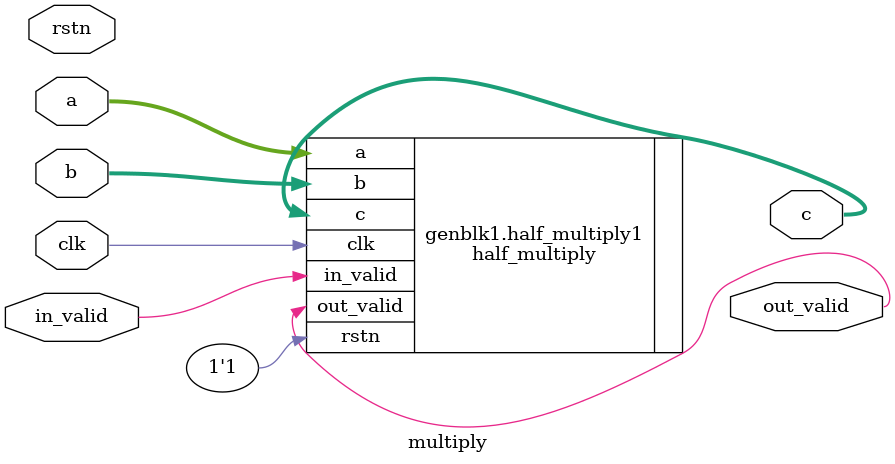
<source format=sv>
`timescale 1ns / 1ps


module multiply
#(parameter BITS = 16, PRECISION = "HALF")
(
input rstn,
input clk,
input in_valid,
input [BITS-1:0] a,
input [BITS-1:0] b,
output out_valid,
output [BITS-1:0] c
);

if (PRECISION == "HALF")
half_multiply half_multiply1
(
.rstn(1'b1),
.clk,
.in_valid,
.a(a),
.b(b),
.out_valid(out_valid),
.c(c)
);

if (PRECISION == "SINGLE")
single_multiply single_multiply1
(
.rstn(1'b1),
.clk,
.in_valid,
.a(a),
.b(b),
.out_valid(out_valid),
.c(c)
);
        
endmodule

</source>
